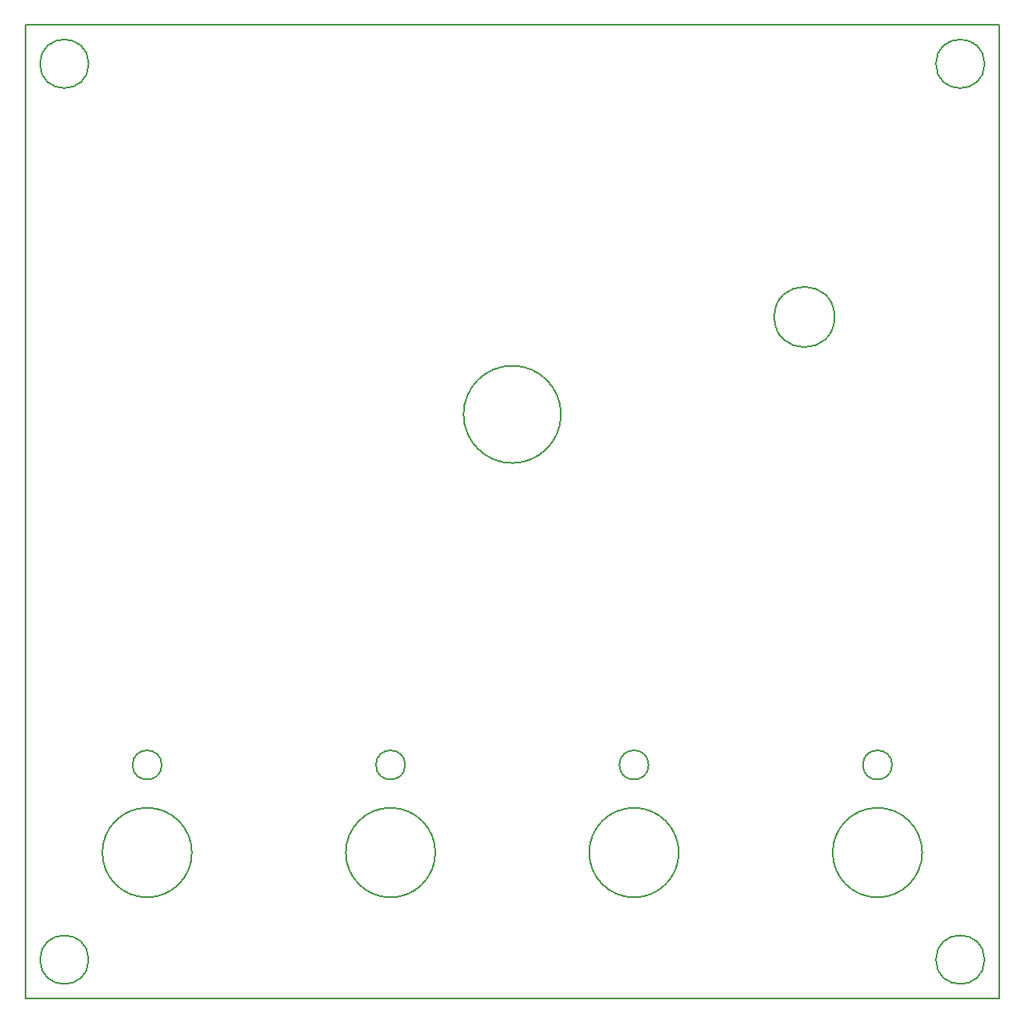
<source format=gm1>
G04 #@! TF.GenerationSoftware,KiCad,Pcbnew,(5.1.2)-2*
G04 #@! TF.CreationDate,2023-03-12T16:53:55+01:00*
G04 #@! TF.ProjectId,Panel,50616e65-6c2e-46b6-9963-61645f706362,rev?*
G04 #@! TF.SameCoordinates,Original*
G04 #@! TF.FileFunction,Profile,NP*
%FSLAX46Y46*%
G04 Gerber Fmt 4.6, Leading zero omitted, Abs format (unit mm)*
G04 Created by KiCad (PCBNEW (5.1.2)-2) date 2023-03-12 16:53:55*
%MOMM*%
%LPD*%
G04 APERTURE LIST*
%ADD10C,0.200000*%
G04 APERTURE END LIST*
D10*
X93354000Y-65476000D02*
G75*
G03X93354000Y-65476000I-5000000J0D01*
G01*
X136854000Y-29476000D02*
G75*
G03X136854000Y-29476000I-2500000J0D01*
G01*
X136854000Y-121476000D02*
G75*
G03X136854000Y-121476000I-2500000J0D01*
G01*
X138354000Y-125476000D02*
X38354000Y-125476000D01*
X138354000Y-25476000D02*
X138354000Y-125476000D01*
X44854000Y-29476000D02*
G75*
G03X44854000Y-29476000I-2500000J0D01*
G01*
X44854000Y-121476000D02*
G75*
G03X44854000Y-121476000I-2500000J0D01*
G01*
X127354000Y-101476000D02*
G75*
G03X127354000Y-101476000I-1500000J0D01*
G01*
X52354000Y-101476000D02*
G75*
G03X52354000Y-101476000I-1500000J0D01*
G01*
X80454000Y-110476000D02*
G75*
G03X80454000Y-110476000I-4600000J0D01*
G01*
X102354000Y-101476000D02*
G75*
G03X102354000Y-101476000I-1500000J0D01*
G01*
X130454000Y-110476000D02*
G75*
G03X130454000Y-110476000I-4600000J0D01*
G01*
X55454000Y-110476000D02*
G75*
G03X55454000Y-110476000I-4600000J0D01*
G01*
X38354000Y-25476000D02*
X138354000Y-25476000D01*
X121454000Y-55476000D02*
G75*
G03X121454000Y-55476000I-3100000J0D01*
G01*
X77354000Y-101476000D02*
G75*
G03X77354000Y-101476000I-1500000J0D01*
G01*
X38354000Y-125476000D02*
X38354000Y-25476000D01*
X105453999Y-110476000D02*
G75*
G03X105453999Y-110476000I-4599999J0D01*
G01*
M02*

</source>
